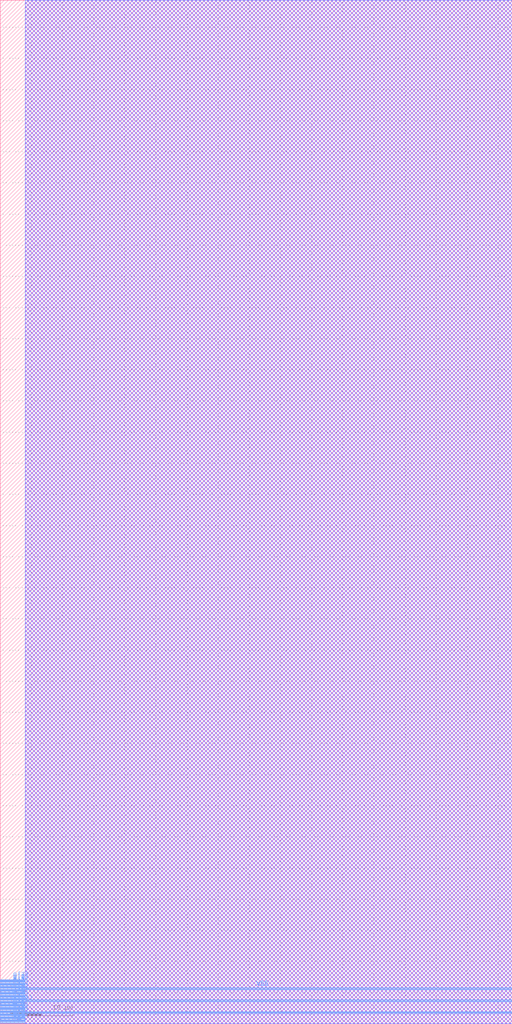
<source format=lef>
VERSION 5.6 ;
BUSBITCHARS "[]" ;
DIVIDERCHAR "/" ;

MACRO SRAM1RW2048x8
  CLASS BLOCK ;
  ORIGIN 0 0 ;
  FOREIGN SRAM1RW2048x8 0 0 ;
  SIZE 82.208 BY 164.364 ;
  SYMMETRY X Y ;
  SITE asap7sc7p5t ;
  PIN VDD
    DIRECTION INOUT ;
    USE POWER ;
    PORT 
      LAYER M4 ;
        RECT 0.0 1.632 82.208 1.728 ;
        RECT 0.0 3.552 82.208 3.648 ;
        RECT 0.0 5.472 82.208 5.568 ;
    END 
  END VDD
  PIN VSS
    DIRECTION INOUT ;
    USE GROUND ;
    PORT 
      LAYER M4 ;
        RECT 0.0 1.824 82.208 1.92 ;
        RECT 0.0 3.744 82.208 3.84 ;
        RECT 0.0 5.664 82.208 5.76 ;
    END 
  END VSS
  PIN CE
    DIRECTION INPUT ;
    USE SIGNAL ;
    PORT 
      LAYER M4 ;
        RECT 0.0 0.096 4.0 0.192 ;
    END 
  END CE
  PIN WEB
    DIRECTION INPUT ;
    USE SIGNAL ;
    PORT 
      LAYER M4 ;
        RECT 0.0 0.288 4.0 0.384 ;
    END 
  END WEB
  PIN OEB
    DIRECTION INPUT ;
    USE SIGNAL ;
    PORT 
      LAYER M4 ;
        RECT 0.0 0.48 4.0 0.576 ;
    END 
  END OEB
  PIN CSB
    DIRECTION INPUT ;
    USE SIGNAL ;
    PORT 
      LAYER M4 ;
        RECT 0.0 0.672 4.0 0.768 ;
    END 
  END CSB
  PIN A[0]
    DIRECTION INPUT ;
    USE SIGNAL ;
    PORT 
      LAYER M4 ;
        RECT 0.0 0.864 4.0 0.96 ;
    END 
  END A[0]
  PIN A[1]
    DIRECTION INPUT ;
    USE SIGNAL ;
    PORT 
      LAYER M4 ;
        RECT 0.0 1.056 4.0 1.152 ;
    END 
  END A[1]
  PIN A[2]
    DIRECTION INPUT ;
    USE SIGNAL ;
    PORT 
      LAYER M4 ;
        RECT 0.0 1.248 4.0 1.344 ;
    END 
  END A[2]
  PIN A[3]
    DIRECTION INPUT ;
    USE SIGNAL ;
    PORT 
      LAYER M4 ;
        RECT 0.0 1.44 4.0 1.536 ;
    END 
  END A[3]
  PIN A[4]
    DIRECTION INPUT ;
    USE SIGNAL ;
    PORT 
      LAYER M4 ;
        RECT 0.0 2.016 4.0 2.112 ;
    END 
  END A[4]
  PIN A[5]
    DIRECTION INPUT ;
    USE SIGNAL ;
    PORT 
      LAYER M4 ;
        RECT 0.0 2.208 4.0 2.304 ;
    END 
  END A[5]
  PIN A[6]
    DIRECTION INPUT ;
    USE SIGNAL ;
    PORT 
      LAYER M4 ;
        RECT 0.0 2.4 4.0 2.496 ;
    END 
  END A[6]
  PIN A[7]
    DIRECTION INPUT ;
    USE SIGNAL ;
    PORT 
      LAYER M4 ;
        RECT 0.0 2.592 4.0 2.688 ;
    END 
  END A[7]
  PIN A[8]
    DIRECTION INPUT ;
    USE SIGNAL ;
    PORT 
      LAYER M4 ;
        RECT 0.0 2.784 4.0 2.88 ;
    END 
  END A[8]
  PIN A[9]
    DIRECTION INPUT ;
    USE SIGNAL ;
    PORT 
      LAYER M4 ;
        RECT 0.0 2.976 4.0 3.072 ;
    END 
  END A[9]
  PIN A[10]
    DIRECTION INPUT ;
    USE SIGNAL ;
    PORT 
      LAYER M4 ;
        RECT 0.0 3.168 4.0 3.264 ;
    END 
  END A[10]
  PIN I[0]
    DIRECTION INPUT ;
    USE SIGNAL ;
    PORT 
      LAYER M4 ;
        RECT 0.0 3.36 4.0 3.456 ;
    END 
  END I[0]
  PIN I[1]
    DIRECTION INPUT ;
    USE SIGNAL ;
    PORT 
      LAYER M4 ;
        RECT 0.0 3.936 4.0 4.032 ;
    END 
  END I[1]
  PIN I[2]
    DIRECTION INPUT ;
    USE SIGNAL ;
    PORT 
      LAYER M4 ;
        RECT 0.0 4.128 4.0 4.224 ;
    END 
  END I[2]
  PIN I[3]
    DIRECTION INPUT ;
    USE SIGNAL ;
    PORT 
      LAYER M4 ;
        RECT 0.0 4.32 4.0 4.416 ;
    END 
  END I[3]
  PIN I[4]
    DIRECTION INPUT ;
    USE SIGNAL ;
    PORT 
      LAYER M4 ;
        RECT 0.0 4.512 4.0 4.608 ;
    END 
  END I[4]
  PIN I[5]
    DIRECTION INPUT ;
    USE SIGNAL ;
    PORT 
      LAYER M4 ;
        RECT 0.0 4.704 4.0 4.8 ;
    END 
  END I[5]
  PIN I[6]
    DIRECTION INPUT ;
    USE SIGNAL ;
    PORT 
      LAYER M4 ;
        RECT 0.0 4.896 4.0 4.992 ;
    END 
  END I[6]
  PIN I[7]
    DIRECTION INPUT ;
    USE SIGNAL ;
    PORT 
      LAYER M4 ;
        RECT 0.0 5.088 4.0 5.184 ;
    END 
  END I[7]
  PIN O[0]
    DIRECTION OUTPUT ;
    USE SIGNAL ;
    PORT 
      LAYER M4 ;
        RECT 0.0 5.28 4.0 5.376 ;
    END 
  END O[0]
  PIN O[1]
    DIRECTION OUTPUT ;
    USE SIGNAL ;
    PORT 
      LAYER M4 ;
        RECT 0.0 5.856 4.0 5.952 ;
    END 
  END O[1]
  PIN O[2]
    DIRECTION OUTPUT ;
    USE SIGNAL ;
    PORT 
      LAYER M4 ;
        RECT 0.0 6.048 4.0 6.144 ;
    END 
  END O[2]
  PIN O[3]
    DIRECTION OUTPUT ;
    USE SIGNAL ;
    PORT 
      LAYER M4 ;
        RECT 0.0 6.24 4.0 6.336 ;
    END 
  END O[3]
  PIN O[4]
    DIRECTION OUTPUT ;
    USE SIGNAL ;
    PORT 
      LAYER M4 ;
        RECT 0.0 6.432 4.0 6.528 ;
    END 
  END O[4]
  PIN O[5]
    DIRECTION OUTPUT ;
    USE SIGNAL ;
    PORT 
      LAYER M4 ;
        RECT 0.0 6.624 4.0 6.72 ;
    END 
  END O[5]
  PIN O[6]
    DIRECTION OUTPUT ;
    USE SIGNAL ;
    PORT 
      LAYER M4 ;
        RECT 0.0 6.816 4.0 6.912 ;
    END 
  END O[6]
  PIN O[7]
    DIRECTION OUTPUT ;
    USE SIGNAL ;
    PORT 
      LAYER M4 ;
        RECT 0.0 7.008 4.0 7.104 ;
    END 
  END O[7]
  OBS 
    LAYER M1 ;
      RECT 4.0 0.0 82.208 164.364 ;
    LAYER M2 ;
      RECT 4.0 0.0 82.208 164.364 ;
    LAYER M3 ;
      RECT 4.0 0.0 82.208 164.364 ;
  END 
END SRAM1RW2048x8

END LIBRARY
</source>
